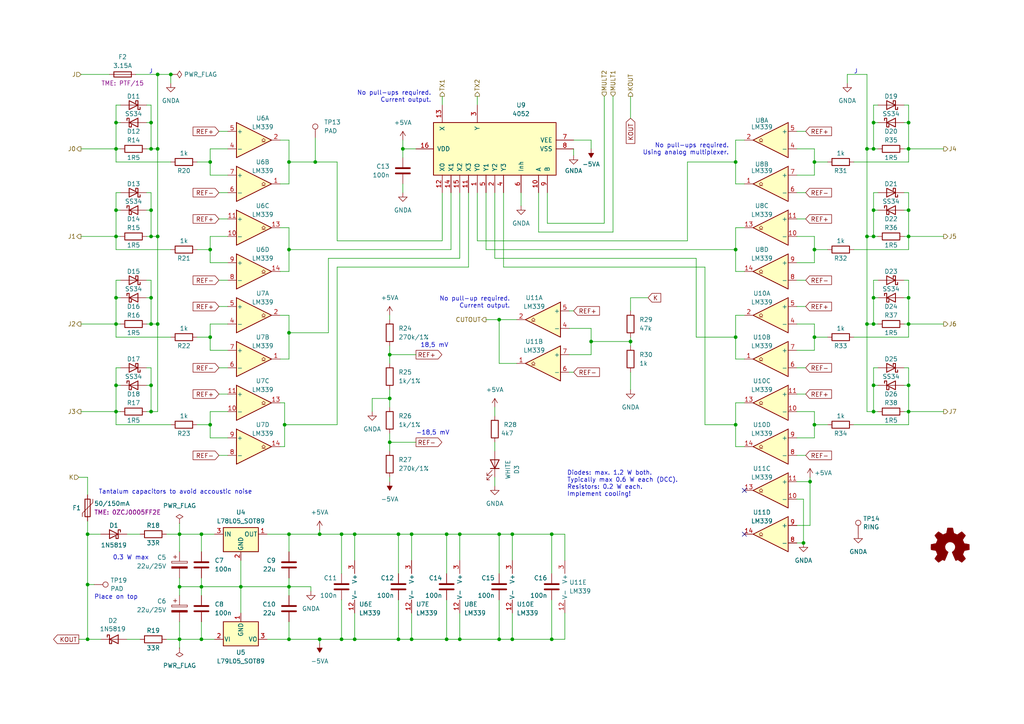
<source format=kicad_sch>
(kicad_sch (version 20230121) (generator eeschema)
  (paper "A4")
  (title_block (title "MTB-RC - MTBbus RailCom detector - DCC schematic") (rev "see root") (company "Laboratory of railway vehicles control") (comment 1 "Kateřina Hanáková") (comment 2 "https://github.com/kmzbrnoI/mtb-rc") (comment 3 "https://creativecommons.org/licenses/by-sa/4.0/") (comment 4 "Released under the Creative Commons Attribution-ShareAlike 4.0 License"))
  (junction (at 60.96 72.39))
  (junction (at 263.525 111.76))
  (junction (at 58.42 170.18))
  (junction (at 25.4 154.94))
  (junction (at 43.815 68.58))
  (junction (at 116.84 43.18))
  (junction (at 33.655 43.18))
  (junction (at 113.03 128.27))
  (junction (at 213.36 46.99))
  (junction (at 115.57 185.42))
  (junction (at 83.82 185.42))
  (junction (at 251.46 43.18))
  (junction (at 52.07 154.94))
  (junction (at 58.42 154.94))
  (junction (at 102.87 185.42))
  (junction (at 83.82 46.99))
  (junction (at 49.53 21.59))
  (junction (at 83.82 72.39))
  (junction (at 45.72 43.18))
  (junction (at 33.655 111.76))
  (junction (at 253.365 119.38))
  (junction (at 182.88 99.06))
  (junction (at 263.525 93.98))
  (junction (at 119.38 154.94))
  (junction (at 263.525 60.96))
  (junction (at 25.4 169.545))
  (junction (at 52.07 170.18))
  (junction (at 251.46 68.58))
  (junction (at 213.36 72.39))
  (junction (at 263.525 86.36))
  (junction (at 144.78 185.42))
  (junction (at 33.655 86.36))
  (junction (at 129.54 185.42))
  (junction (at 99.06 185.42))
  (junction (at 45.72 21.59))
  (junction (at 144.78 92.71))
  (junction (at 60.96 46.99))
  (junction (at 148.59 185.42))
  (junction (at 213.36 97.79))
  (junction (at 160.02 154.94))
  (junction (at 92.71 154.94))
  (junction (at 43.815 35.56))
  (junction (at 60.96 97.79))
  (junction (at 253.365 68.58))
  (junction (at 33.655 60.96))
  (junction (at 236.22 123.19))
  (junction (at 60.96 123.19))
  (junction (at 129.54 154.94))
  (junction (at 253.365 60.96))
  (junction (at 144.78 154.94))
  (junction (at 148.59 154.94))
  (junction (at 115.57 154.94))
  (junction (at 43.815 111.76))
  (junction (at 236.22 46.99))
  (junction (at 33.655 68.58))
  (junction (at 25.4 185.42))
  (junction (at 43.815 93.98))
  (junction (at 263.525 43.18))
  (junction (at 213.36 123.19))
  (junction (at 52.07 185.42))
  (junction (at 263.525 35.56))
  (junction (at 251.46 93.98))
  (junction (at 43.815 43.18))
  (junction (at 82.55 123.19))
  (junction (at 45.72 93.98))
  (junction (at 33.655 93.98))
  (junction (at 253.365 86.36))
  (junction (at 253.365 93.98))
  (junction (at 253.365 43.18))
  (junction (at 263.525 119.38))
  (junction (at 33.655 35.56))
  (junction (at 45.72 68.58))
  (junction (at 160.02 185.42))
  (junction (at 99.06 154.94))
  (junction (at 113.03 102.87))
  (junction (at 133.35 185.42))
  (junction (at 102.87 154.94))
  (junction (at 236.22 72.39))
  (junction (at 43.815 119.38))
  (junction (at 133.35 154.94))
  (junction (at 233.045 157.48))
  (junction (at 171.45 99.06))
  (junction (at 253.365 111.76))
  (junction (at 69.85 170.18))
  (junction (at 234.95 139.7))
  (junction (at 83.82 170.18))
  (junction (at 236.22 97.79))
  (junction (at 83.82 154.94))
  (junction (at 263.525 68.58))
  (junction (at 92.71 185.42))
  (junction (at 43.815 86.36))
  (junction (at 113.03 115.57))
  (junction (at 119.38 185.42))
  (junction (at 91.44 46.99))
  (junction (at 58.42 185.42))
  (junction (at 83.82 96.52))
  (junction (at 253.365 35.56))
  (junction (at 43.815 60.96))
  (junction (at 33.655 119.38))
  (no_connect (at 215.9 154.94))
  (no_connect (at 215.9 142.24))
  (wire (pts (xy 97.79 77.47) (xy 97.79 123.19)))
  (wire (pts (xy 263.525 97.79) (xy 263.525 93.98)))
  (wire (pts (xy 233.68 81.28) (xy 231.14 81.28)))
  (wire (pts (xy 262.255 35.56) (xy 263.525 35.56)))
  (wire (pts (xy 42.545 119.38) (xy 43.815 119.38)))
  (wire (pts (xy 43.815 111.76) (xy 43.815 119.38)))
  (wire (pts (xy 133.35 162.56) (xy 133.35 154.94)))
  (wire (pts (xy 42.545 55.88) (xy 43.815 55.88)))
  (wire (pts (xy 99.06 173.99) (xy 99.06 185.42)))
  (wire (pts (xy 63.5 81.28) (xy 66.04 81.28)))
  (wire (pts (xy 33.655 35.56) (xy 34.925 35.56)))
  (wire (pts (xy 39.37 21.59) (xy 45.72 21.59)))
  (wire (pts (xy 82.55 129.54) (xy 82.55 123.19)))
  (wire (pts (xy 42.545 93.98) (xy 43.815 93.98)))
  (wire (pts (xy 144.78 154.94) (xy 133.35 154.94)))
  (wire (pts (xy 43.815 86.36) (xy 43.815 93.98)))
  (wire (pts (xy 81.28 129.54) (xy 82.55 129.54)))
  (wire (pts (xy 33.655 60.96) (xy 34.925 60.96)))
  (wire (pts (xy 83.82 40.64) (xy 81.28 40.64)))
  (wire (pts (xy 83.82 154.94) (xy 77.47 154.94)))
  (wire (pts (xy 33.655 72.39) (xy 49.53 72.39)))
  (wire (pts (xy 231.14 43.18) (xy 236.22 43.18)))
  (wire (pts (xy 25.4 169.545) (xy 27.305 169.545)))
  (wire (pts (xy 129.54 173.99) (xy 129.54 185.42)))
  (wire (pts (xy 231.14 93.98) (xy 236.22 93.98)))
  (wire (pts (xy 49.53 21.59) (xy 50.165 21.59)))
  (wire (pts (xy 213.36 66.04) (xy 213.36 72.39)))
  (wire (pts (xy 113.03 102.87) (xy 120.65 102.87)))
  (wire (pts (xy 263.525 60.96) (xy 263.525 68.58)))
  (wire (pts (xy 253.365 86.36) (xy 253.365 93.98)))
  (wire (pts (xy 52.07 185.42) (xy 58.42 185.42)))
  (wire (pts (xy 81.28 78.74) (xy 83.82 78.74)))
  (wire (pts (xy 213.36 91.44) (xy 213.36 97.79)))
  (wire (pts (xy 263.525 68.58) (xy 262.255 68.58)))
  (wire (pts (xy 133.35 74.93) (xy 95.25 74.93)))
  (wire (pts (xy 148.59 177.8) (xy 148.59 185.42)))
  (wire (pts (xy 263.525 93.98) (xy 273.685 93.98)))
  (wire (pts (xy 135.89 77.47) (xy 97.79 77.47)))
  (wire (pts (xy 48.26 185.42) (xy 52.07 185.42)))
  (wire (pts (xy 33.655 43.18) (xy 33.655 46.99)))
  (wire (pts (xy 251.46 43.18) (xy 251.46 21.59)))
  (wire (pts (xy 182.88 99.06) (xy 182.88 100.33)))
  (wire (pts (xy 57.15 123.19) (xy 60.96 123.19)))
  (wire (pts (xy 60.96 46.99) (xy 60.96 50.8)))
  (wire (pts (xy 58.42 180.34) (xy 58.42 185.42)))
  (wire (pts (xy 201.93 74.93) (xy 201.93 97.79)))
  (wire (pts (xy 42.545 60.96) (xy 43.815 60.96)))
  (wire (pts (xy 82.55 123.19) (xy 82.55 116.84)))
  (wire (pts (xy 160.02 173.99) (xy 160.02 185.42)))
  (wire (pts (xy 247.65 46.99) (xy 263.525 46.99)))
  (wire (pts (xy 262.255 60.96) (xy 263.525 60.96)))
  (wire (pts (xy 144.78 92.71) (xy 144.78 105.41)))
  (wire (pts (xy 144.78 92.71) (xy 140.97 92.71)))
  (wire (pts (xy 60.96 68.58) (xy 66.04 68.58)))
  (wire (pts (xy 233.68 114.3) (xy 231.14 114.3)))
  (wire (pts (xy 233.68 55.88) (xy 231.14 55.88)))
  (wire (pts (xy 233.68 132.08) (xy 231.14 132.08)))
  (wire (pts (xy 25.4 154.94) (xy 25.4 169.545)))
  (wire (pts (xy 253.365 119.38) (xy 254.635 119.38)))
  (wire (pts (xy 116.84 43.18) (xy 120.65 43.18)))
  (wire (pts (xy 83.82 96.52) (xy 83.82 104.14)))
  (wire (pts (xy 63.5 55.88) (xy 66.04 55.88)))
  (wire (pts (xy 52.07 170.18) (xy 58.42 170.18)))
  (wire (pts (xy 236.22 72.39) (xy 236.22 76.2)))
  (wire (pts (xy 23.495 119.38) (xy 33.655 119.38)))
  (wire (pts (xy 233.045 144.78) (xy 233.045 157.48)))
  (wire (pts (xy 166.37 45.085) (xy 166.37 43.18)))
  (wire (pts (xy 263.525 81.28) (xy 263.525 86.36)))
  (wire (pts (xy 33.655 119.38) (xy 33.655 123.19)))
  (wire (pts (xy 60.96 68.58) (xy 60.96 72.39)))
  (wire (pts (xy 58.42 170.18) (xy 69.85 170.18)))
  (wire (pts (xy 116.84 53.34) (xy 116.84 55.88)))
  (wire (pts (xy 92.71 185.42) (xy 92.71 186.69)))
  (wire (pts (xy 43.815 43.18) (xy 42.545 43.18)))
  (wire (pts (xy 146.05 77.47) (xy 204.47 77.47)))
  (wire (pts (xy 83.82 91.44) (xy 83.82 96.52)))
  (wire (pts (xy 253.365 111.76) (xy 254.635 111.76)))
  (wire (pts (xy 33.655 86.36) (xy 33.655 93.98)))
  (wire (pts (xy 263.525 86.36) (xy 263.525 93.98)))
  (wire (pts (xy 236.22 76.2) (xy 231.14 76.2)))
  (wire (pts (xy 253.365 30.48) (xy 253.365 35.56)))
  (wire (pts (xy 115.57 154.94) (xy 119.38 154.94)))
  (wire (pts (xy 215.9 40.64) (xy 213.36 40.64)))
  (wire (pts (xy 25.4 169.545) (xy 25.4 185.42)))
  (wire (pts (xy 102.87 154.94) (xy 115.57 154.94)))
  (wire (pts (xy 253.365 111.76) (xy 253.365 119.38)))
  (wire (pts (xy 254.635 68.58) (xy 253.365 68.58)))
  (wire (pts (xy 42.545 68.58) (xy 43.815 68.58)))
  (wire (pts (xy 99.06 154.94) (xy 102.87 154.94)))
  (wire (pts (xy 52.07 154.94) (xy 52.07 160.02)))
  (wire (pts (xy 163.83 162.56) (xy 163.83 154.94)))
  (wire (pts (xy 22.86 185.42) (xy 25.4 185.42)))
  (wire (pts (xy 42.545 111.76) (xy 43.815 111.76)))
  (wire (pts (xy 45.72 68.58) (xy 45.72 93.98)))
  (wire (pts (xy 263.525 119.38) (xy 263.525 123.19)))
  (wire (pts (xy 42.545 106.68) (xy 43.815 106.68)))
  (wire (pts (xy 251.46 93.98) (xy 251.46 119.38)))
  (wire (pts (xy 160.02 154.94) (xy 163.83 154.94)))
  (wire (pts (xy 115.57 154.94) (xy 115.57 166.37)))
  (wire (pts (xy 33.655 60.96) (xy 33.655 68.58)))
  (wire (pts (xy 253.365 55.88) (xy 253.365 60.96)))
  (wire (pts (xy 31.75 21.59) (xy 23.495 21.59)))
  (wire (pts (xy 43.815 35.56) (xy 43.815 43.18)))
  (wire (pts (xy 213.36 129.54) (xy 215.9 129.54)))
  (wire (pts (xy 254.635 106.68) (xy 253.365 106.68)))
  (wire (pts (xy 92.71 154.94) (xy 99.06 154.94)))
  (wire (pts (xy 233.68 106.68) (xy 231.14 106.68)))
  (wire (pts (xy 60.96 93.98) (xy 66.04 93.98)))
  (wire (pts (xy 33.655 111.76) (xy 33.655 119.38)))
  (wire (pts (xy 247.65 72.39) (xy 263.525 72.39)))
  (wire (pts (xy 57.15 46.99) (xy 60.96 46.99)))
  (wire (pts (xy 113.03 125.73) (xy 113.03 128.27)))
  (wire (pts (xy 199.39 46.99) (xy 199.39 69.85)))
  (wire (pts (xy 263.525 68.58) (xy 263.525 72.39)))
  (wire (pts (xy 263.525 35.56) (xy 263.525 43.18)))
  (wire (pts (xy 63.5 63.5) (xy 66.04 63.5)))
  (wire (pts (xy 262.255 86.36) (xy 263.525 86.36)))
  (wire (pts (xy 23.495 68.58) (xy 33.655 68.58)))
  (wire (pts (xy 83.82 160.02) (xy 83.82 154.94)))
  (wire (pts (xy 262.255 119.38) (xy 263.525 119.38)))
  (wire (pts (xy 213.36 123.19) (xy 213.36 129.54)))
  (wire (pts (xy 33.655 43.18) (xy 34.925 43.18)))
  (wire (pts (xy 102.87 162.56) (xy 102.87 154.94)))
  (wire (pts (xy 33.655 97.79) (xy 49.53 97.79)))
  (wire (pts (xy 45.72 43.18) (xy 45.72 68.58)))
  (wire (pts (xy 130.81 55.88) (xy 130.81 72.39)))
  (wire (pts (xy 102.87 185.42) (xy 99.06 185.42)))
  (wire (pts (xy 236.22 68.58) (xy 236.22 72.39)))
  (wire (pts (xy 263.525 55.88) (xy 263.525 60.96)))
  (wire (pts (xy 201.93 97.79) (xy 213.36 97.79)))
  (wire (pts (xy 60.96 97.79) (xy 60.96 101.6)))
  (wire (pts (xy 113.03 115.57) (xy 107.95 115.57)))
  (wire (pts (xy 247.65 97.79) (xy 263.525 97.79)))
  (wire (pts (xy 60.96 123.19) (xy 60.96 119.38)))
  (wire (pts (xy 273.685 68.58) (xy 263.525 68.58)))
  (wire (pts (xy 231.14 139.7) (xy 234.95 139.7)))
  (wire (pts (xy 115.57 173.99) (xy 115.57 185.42)))
  (wire (pts (xy 236.22 43.18) (xy 236.22 46.99)))
  (wire (pts (xy 204.47 123.19) (xy 213.36 123.19)))
  (wire (pts (xy 263.525 106.68) (xy 263.525 111.76)))
  (wire (pts (xy 43.815 106.68) (xy 43.815 111.76)))
  (wire (pts (xy 231.14 119.38) (xy 236.22 119.38)))
  (wire (pts (xy 113.03 91.44) (xy 113.03 92.71)))
  (wire (pts (xy 99.06 154.94) (xy 99.06 166.37)))
  (wire (pts (xy 236.22 97.79) (xy 240.03 97.79)))
  (wire (pts (xy 52.07 180.34) (xy 52.07 185.42)))
  (wire (pts (xy 58.42 154.94) (xy 58.42 160.02)))
  (wire (pts (xy 33.655 68.58) (xy 33.655 72.39)))
  (wire (pts (xy 158.75 64.77) (xy 175.26 64.77)))
  (wire (pts (xy 58.42 167.64) (xy 58.42 170.18)))
  (wire (pts (xy 33.655 46.99) (xy 49.53 46.99)))
  (wire (pts (xy 95.25 74.93) (xy 95.25 96.52)))
  (wire (pts (xy 34.925 30.48) (xy 33.655 30.48)))
  (wire (pts (xy 43.815 93.98) (xy 45.72 93.98)))
  (wire (pts (xy 43.815 81.28) (xy 43.815 86.36)))
  (wire (pts (xy 171.45 102.87) (xy 165.1 102.87)))
  (wire (pts (xy 213.36 40.64) (xy 213.36 46.99)))
  (wire (pts (xy 83.82 96.52) (xy 95.25 96.52)))
  (wire (pts (xy 116.84 43.18) (xy 116.84 45.72)))
  (wire (pts (xy 254.635 81.28) (xy 253.365 81.28)))
  (wire (pts (xy 262.255 111.76) (xy 263.525 111.76)))
  (wire (pts (xy 83.82 46.99) (xy 83.82 40.64)))
  (wire (pts (xy 119.38 177.8) (xy 119.38 185.42)))
  (wire (pts (xy 253.365 106.68) (xy 253.365 111.76)))
  (wire (pts (xy 182.88 99.06) (xy 171.45 99.06)))
  (wire (pts (xy 45.72 21.59) (xy 45.72 43.18)))
  (wire (pts (xy 42.545 81.28) (xy 43.815 81.28)))
  (wire (pts (xy 263.525 46.99) (xy 263.525 43.18)))
  (wire (pts (xy 166.37 40.64) (xy 171.45 40.64)))
  (wire (pts (xy 182.88 90.17) (xy 182.88 86.36)))
  (wire (pts (xy 133.35 185.42) (xy 129.54 185.42)))
  (wire (pts (xy 113.03 113.03) (xy 113.03 115.57)))
  (wire (pts (xy 231.14 101.6) (xy 236.22 101.6)))
  (wire (pts (xy 253.365 35.56) (xy 253.365 43.18)))
  (wire (pts (xy 97.79 46.99) (xy 97.79 69.85)))
  (wire (pts (xy 133.35 177.8) (xy 133.35 185.42)))
  (wire (pts (xy 254.635 93.98) (xy 253.365 93.98)))
  (wire (pts (xy 34.925 106.68) (xy 33.655 106.68)))
  (wire (pts (xy 236.22 123.19) (xy 236.22 119.38)))
  (wire (pts (xy 69.85 170.18) (xy 83.82 170.18)))
  (wire (pts (xy 33.655 30.48) (xy 33.655 35.56)))
  (wire (pts (xy 262.255 81.28) (xy 263.525 81.28)))
  (wire (pts (xy 215.9 116.84) (xy 213.36 116.84)))
  (wire (pts (xy 234.95 138.43) (xy 234.95 139.7)))
  (wire (pts (xy 42.545 86.36) (xy 43.815 86.36)))
  (wire (pts (xy 138.43 69.85) (xy 199.39 69.85)))
  (wire (pts (xy 144.78 105.41) (xy 149.86 105.41)))
  (wire (pts (xy 263.525 30.48) (xy 263.525 35.56)))
  (wire (pts (xy 138.43 55.88) (xy 138.43 69.85)))
  (wire (pts (xy 58.42 170.18) (xy 58.42 172.72)))
  (wire (pts (xy 81.28 53.34) (xy 83.82 53.34)))
  (wire (pts (xy 119.38 185.42) (xy 115.57 185.42)))
  (wire (pts (xy 60.96 127) (xy 66.04 127)))
  (wire (pts (xy 135.89 55.88) (xy 135.89 77.47)))
  (wire (pts (xy 213.36 53.34) (xy 215.9 53.34)))
  (wire (pts (xy 83.82 46.99) (xy 91.44 46.99)))
  (wire (pts (xy 60.96 76.2) (xy 66.04 76.2)))
  (wire (pts (xy 60.96 50.8) (xy 66.04 50.8)))
  (wire (pts (xy 60.96 72.39) (xy 60.96 76.2)))
  (wire (pts (xy 231.14 127) (xy 236.22 127)))
  (wire (pts (xy 43.815 43.18) (xy 45.72 43.18)))
  (wire (pts (xy 245.745 21.59) (xy 251.46 21.59)))
  (wire (pts (xy 158.75 55.88) (xy 158.75 64.77)))
  (wire (pts (xy 160.02 154.94) (xy 160.02 166.37)))
  (wire (pts (xy 23.495 43.18) (xy 33.655 43.18)))
  (wire (pts (xy 63.5 88.9) (xy 66.04 88.9)))
  (wire (pts (xy 116.84 40.64) (xy 116.84 43.18)))
  (wire (pts (xy 182.88 27.94) (xy 182.88 34.29)))
  (wire (pts (xy 113.03 128.27) (xy 120.65 128.27)))
  (wire (pts (xy 66.04 43.18) (xy 60.96 43.18)))
  (wire (pts (xy 83.82 53.34) (xy 83.82 46.99)))
  (wire (pts (xy 33.655 55.88) (xy 33.655 60.96)))
  (wire (pts (xy 43.815 55.88) (xy 43.815 60.96)))
  (wire (pts (xy 52.07 151.765) (xy 52.07 154.94)))
  (wire (pts (xy 83.82 104.14) (xy 81.28 104.14)))
  (wire (pts (xy 77.47 185.42) (xy 83.82 185.42)))
  (wire (pts (xy 233.68 38.1) (xy 231.14 38.1)))
  (wire (pts (xy 25.4 185.42) (xy 29.21 185.42)))
  (wire (pts (xy 187.96 86.36) (xy 182.88 86.36)))
  (wire (pts (xy 236.22 46.99) (xy 240.03 46.99)))
  (wire (pts (xy 43.815 30.48) (xy 43.815 35.56)))
  (wire (pts (xy 143.51 55.88) (xy 143.51 74.93)))
  (wire (pts (xy 25.4 151.13) (xy 25.4 154.94)))
  (wire (pts (xy 43.815 68.58) (xy 45.72 68.58)))
  (wire (pts (xy 33.655 106.68) (xy 33.655 111.76)))
  (wire (pts (xy 57.15 72.39) (xy 60.96 72.39)))
  (wire (pts (xy 140.97 55.88) (xy 140.97 72.39)))
  (wire (pts (xy 175.26 27.94) (xy 175.26 64.77)))
  (wire (pts (xy 233.68 63.5) (xy 231.14 63.5)))
  (wire (pts (xy 102.87 177.8) (xy 102.87 185.42)))
  (wire (pts (xy 144.78 185.42) (xy 133.35 185.42)))
  (wire (pts (xy 83.82 72.39) (xy 130.81 72.39)))
  (wire (pts (xy 34.925 55.88) (xy 33.655 55.88)))
  (wire (pts (xy 204.47 77.47) (xy 204.47 123.19)))
  (wire (pts (xy 81.28 91.44) (xy 83.82 91.44)))
  (wire (pts (xy 253.365 60.96) (xy 253.365 68.58)))
  (wire (pts (xy 82.55 123.19) (xy 97.79 123.19)))
  (wire (pts (xy 160.02 185.42) (xy 163.83 185.42)))
  (wire (pts (xy 143.51 138.43) (xy 143.51 140.97)))
  (wire (pts (xy 234.95 139.7) (xy 234.95 152.4)))
  (wire (pts (xy 262.255 30.48) (xy 263.525 30.48)))
  (wire (pts (xy 63.5 106.68) (xy 66.04 106.68)))
  (wire (pts (xy 43.815 60.96) (xy 43.815 68.58)))
  (wire (pts (xy 83.82 180.34) (xy 83.82 185.42)))
  (wire (pts (xy 253.365 68.58) (xy 251.46 68.58)))
  (wire (pts (xy 133.35 55.88) (xy 133.35 74.93)))
  (wire (pts (xy 128.27 27.94) (xy 128.27 30.48)))
  (wire (pts (xy 63.5 38.1) (xy 66.04 38.1)))
  (wire (pts (xy 182.88 107.95) (xy 182.88 113.03)))
  (wire (pts (xy 92.71 153.67) (xy 92.71 154.94)))
  (wire (pts (xy 60.96 93.98) (xy 60.96 97.79)))
  (wire (pts (xy 251.46 68.58) (xy 251.46 93.98)))
  (wire (pts (xy 148.59 154.94) (xy 144.78 154.94)))
  (wire (pts (xy 107.95 115.57) (xy 107.95 119.38)))
  (wire (pts (xy 33.655 68.58) (xy 34.925 68.58)))
  (wire (pts (xy 34.925 81.28) (xy 33.655 81.28)))
  (wire (pts (xy 236.22 97.79) (xy 236.22 93.98)))
  (wire (pts (xy 251.46 43.18) (xy 253.365 43.18)))
  (wire (pts (xy 83.82 154.94) (xy 92.71 154.94)))
  (wire (pts (xy 251.46 119.38) (xy 253.365 119.38)))
  (wire (pts (xy 262.255 55.88) (xy 263.525 55.88)))
  (wire (pts (xy 60.96 101.6) (xy 66.04 101.6)))
  (wire (pts (xy 236.22 123.19) (xy 240.03 123.19)))
  (wire (pts (xy 36.83 185.42) (xy 40.64 185.42)))
  (wire (pts (xy 143.51 118.11) (xy 143.51 120.65)))
  (wire (pts (xy 83.82 167.64) (xy 83.82 170.18)))
  (wire (pts (xy 253.365 60.96) (xy 254.635 60.96)))
  (wire (pts (xy 254.635 30.48) (xy 253.365 30.48)))
  (wire (pts (xy 263.525 119.38) (xy 273.685 119.38)))
  (wire (pts (xy 182.88 97.79) (xy 182.88 99.06)))
  (wire (pts (xy 253.365 86.36) (xy 254.635 86.36)))
  (wire (pts (xy 163.83 177.8) (xy 163.83 185.42)))
  (wire (pts (xy 262.255 93.98) (xy 263.525 93.98)))
  (wire (pts (xy 213.36 46.99) (xy 213.36 53.34)))
  (wire (pts (xy 33.655 93.98) (xy 33.655 97.79)))
  (wire (pts (xy 233.68 88.9) (xy 231.14 88.9)))
  (wire (pts (xy 113.03 138.43) (xy 113.03 139.7)))
  (wire (pts (xy 52.07 167.64) (xy 52.07 170.18)))
  (wire (pts (xy 99.06 185.42) (xy 92.71 185.42)))
  (wire (pts (xy 231.14 144.78) (xy 233.045 144.78)))
  (wire (pts (xy 113.03 128.27) (xy 113.03 130.81)))
  (wire (pts (xy 215.9 91.44) (xy 213.36 91.44)))
  (wire (pts (xy 113.03 102.87) (xy 113.03 105.41)))
  (wire (pts (xy 146.05 55.88) (xy 146.05 77.47)))
  (wire (pts (xy 166.37 90.17) (xy 165.1 90.17)))
  (wire (pts (xy 156.21 55.88) (xy 156.21 67.31)))
  (wire (pts (xy 151.13 59.69) (xy 151.13 55.88)))
  (wire (pts (xy 48.26 154.94) (xy 52.07 154.94)))
  (wire (pts (xy 213.36 72.39) (xy 213.36 78.74)))
  (wire (pts (xy 165.1 95.25) (xy 171.45 95.25)))
  (wire (pts (xy 91.44 40.005) (xy 91.44 46.99)))
  (wire (pts (xy 166.37 107.95) (xy 165.1 107.95)))
  (wire (pts (xy 231.14 50.8) (xy 236.22 50.8)))
  (wire (pts (xy 149.86 92.71) (xy 144.78 92.71)))
  (wire (pts (xy 236.22 123.19) (xy 236.22 127)))
  (wire (pts (xy 148.59 185.42) (xy 160.02 185.42)))
  (wire (pts (xy 171.45 40.64) (xy 171.45 43.18)))
  (wire (pts (xy 129.54 154.94) (xy 129.54 166.37)))
  (wire (pts (xy 140.97 72.39) (xy 213.36 72.39)))
  (wire (pts (xy 45.72 21.59) (xy 49.53 21.59)))
  (wire (pts (xy 22.86 138.43) (xy 25.4 138.43)))
  (wire (pts (xy 69.85 162.56) (xy 69.85 170.18)))
  (wire (pts (xy 115.57 185.42) (xy 102.87 185.42)))
  (wire (pts (xy 83.82 170.18) (xy 90.17 170.18)))
  (wire (pts (xy 251.46 43.18) (xy 251.46 68.58)))
  (wire (pts (xy 253.365 81.28) (xy 253.365 86.36)))
  (wire (pts (xy 33.655 123.19) (xy 49.53 123.19)))
  (wire (pts (xy 262.255 43.18) (xy 263.525 43.18)))
  (wire (pts (xy 144.78 173.99) (xy 144.78 185.42)))
  (wire (pts (xy 60.96 119.38) (xy 66.04 119.38)))
  (wire (pts (xy 254.635 55.88) (xy 253.365 55.88)))
  (wire (pts (xy 236.22 68.58) (xy 231.14 68.58)))
  (wire (pts (xy 33.655 81.28) (xy 33.655 86.36)))
  (wire (pts (xy 253.365 93.98) (xy 251.46 93.98)))
  (wire (pts (xy 148.59 162.56) (xy 148.59 154.94)))
  (wire (pts (xy 25.4 154.94) (xy 29.21 154.94)))
  (wire (pts (xy 36.83 154.94) (xy 40.64 154.94)))
  (wire (pts (xy 57.15 97.79) (xy 60.96 97.79)))
  (wire (pts (xy 113.03 115.57) (xy 113.03 118.11)))
  (wire (pts (xy 63.5 132.08) (xy 66.04 132.08)))
  (wire (pts (xy 213.36 116.84) (xy 213.36 123.19)))
  (wire (pts (xy 148.59 154.94) (xy 160.02 154.94)))
  (wire (pts (xy 119.38 162.56) (xy 119.38 154.94)))
  (wire (pts (xy 233.045 157.48) (xy 231.14 157.48)))
  (wire (pts (xy 52.07 170.18) (xy 52.07 172.72)))
  (wire (pts (xy 23.495 93.98) (xy 33.655 93.98)))
  (wire (pts (xy 128.27 55.88) (xy 128.27 69.85)))
  (wire (pts (xy 199.39 46.99) (xy 213.36 46.99)))
  (wire (pts (xy 33.655 86.36) (xy 34.925 86.36)))
  (wire (pts (xy 143.51 74.93) (xy 201.93 74.93)))
  (wire (pts (xy 113.03 100.33) (xy 113.03 102.87)))
  (wire (pts (xy 129.54 185.42) (xy 119.38 185.42)))
  (wire (pts (xy 33.655 111.76) (xy 34.925 111.76)))
  (wire (pts (xy 58.42 185.42) (xy 62.23 185.42)))
  (wire (pts (xy 177.8 67.31) (xy 177.8 27.94)))
  (wire (pts (xy 245.745 21.59) (xy 245.745 24.13)))
  (wire (pts (xy 171.45 99.06) (xy 171.45 102.87)))
  (wire (pts (xy 263.525 43.18) (xy 273.685 43.18)))
  (wire (pts (xy 262.255 106.68) (xy 263.525 106.68)))
  (wire (pts (xy 83.82 66.04) (xy 81.28 66.04)))
  (wire (pts (xy 263.525 111.76) (xy 263.525 119.38)))
  (wire (pts (xy 52.07 154.94) (xy 58.42 154.94)))
  (wire (pts (xy 69.85 170.18) (xy 69.85 177.8)))
  (wire (pts (xy 82.55 116.84) (xy 81.28 116.84)))
  (wire (pts (xy 83.82 72.39) (xy 83.82 66.04)))
  (wire (pts (xy 83.82 78.74) (xy 83.82 72.39)))
  (wire (pts (xy 90.17 170.18) (xy 90.17 171.45)))
  (wire (pts (xy 253.365 43.18) (xy 254.635 43.18)))
  (wire (pts (xy 83.82 170.18) (xy 83.82 172.72)))
  (wire (pts (xy 213.36 97.79) (xy 213.36 104.14)))
  (wire (pts (xy 156.21 67.31) (xy 177.8 67.31)))
  (wire (pts (xy 49.53 21.59) (xy 49.53 24.13)))
  (wire (pts (xy 33.655 35.56) (xy 33.655 43.18)))
  (wire (pts (xy 42.545 30.48) (xy 43.815 30.48)))
  (wire (pts (xy 83.82 185.42) (xy 92.71 185.42)))
  (wire (pts (xy 171.45 95.25) (xy 171.45 99.06)))
  (wire (pts (xy 215.9 66.04) (xy 213.36 66.04)))
  (wire (pts (xy 33.655 93.98) (xy 34.925 93.98)))
  (wire (pts (xy 213.36 78.74) (xy 215.9 78.74)))
  (wire (pts (xy 253.365 35.56) (xy 254.635 35.56)))
  (wire (pts (xy 236.22 46.99) (xy 236.22 50.8)))
  (wire (pts (xy 133.35 154.94) (xy 129.54 154.94)))
  (wire (pts (xy 45.72 93.98) (xy 45.72 119.38)))
  (wire (pts (xy 247.65 123.19) (xy 263.525 123.19)))
  (wire (pts (xy 63.5 114.3) (xy 66.04 114.3)))
  (wire (pts (xy 91.44 46.99) (xy 97.79 46.99)))
  (wire (pts (xy 138.43 27.94) (xy 138.43 30.48)))
  (wire (pts (xy 43.815 119.38) (xy 45.72 119.38)))
  (wire (pts (xy 143.51 128.27) (xy 143.51 130.81)))
  (wire (pts (xy 97.79 69.85) (xy 128.27 69.85)))
  (wire (pts (xy 58.42 154.94) (xy 62.23 154.94)))
  (wire (pts (xy 25.4 138.43) (xy 25.4 143.51)))
  (wire (pts (xy 60.96 123.19) (xy 60.96 127)))
  (wire (pts (xy 144.78 154.94) (xy 144.78 166.37)))
  (wire (pts (xy 129.54 154.94) (xy 119.38 154.94)))
  (wire (pts (xy 148.59 185.42) (xy 144.78 185.42)))
  (wire (pts (xy 42.545 35.56) (xy 43.815 35.56)))
  (wire (pts (xy 240.03 72.39) (xy 236.22 72.39)))
  (wire (pts (xy 60.96 43.18) (xy 60.96 46.99)))
  (wire (pts (xy 213.36 104.14) (xy 215.9 104.14)))
  (wire (pts (xy 52.07 185.42) (xy 52.07 187.96)))
  (wire (pts (xy 33.655 119.38) (xy 34.925 119.38)))
  (wire (pts (xy 236.22 97.79) (xy 236.22 101.6)))
  (wire (pts (xy 234.95 152.4) (xy 231.14 152.4)))
  (text "18,5 mV" (at 121.92 100.965 0) (effects (font (size 1.27 1.27)) (justify left bottom)))
  (text "No pull-ups required.\nCurrent output." (at 125.095 29.845 0) (effects (font (size 1.27 1.27)) (justify right bottom)))
  (text "J" (at 247.65 21.59 0) (effects (font (size 1.27 1.27)) (justify left bottom)))
  (text "Diodes: max. 1.2 W both.\nTypically max 0.6 W each (DCC).\nResistors: 0.2 W each.\nImplement cooling!" (at 164.465 144.145 0) (effects (font (size 1.27 1.27)) (justify left bottom)))
  (text "No pull-ups required.\nUsing analog multiplexer." (at 211.455 45.085 0) (effects (font (size 1.27 1.27)) (justify right bottom)))
  (text "Place on top" (at 27.305 173.99 0) (effects (font (size 1.27 1.27)) (justify left bottom)))
  (text "Tantalum capacitors to avoid accoustic noise" (at 28.575 143.51 0) (effects (font (size 1.27 1.27)) (justify left bottom)))
  (text "0.3 W max" (at 43.18 162.56 0) (effects (font (size 1.27 1.27)) (justify right bottom)))
  (text "J" (at 43.18 21.59 0) (effects (font (size 1.27 1.27)) (justify left bottom)))
  (text "No pull-up required.\nCurrent output." (at 147.955 89.535 0) (effects (font (size 1.27 1.27)) (justify right bottom)))
  (text "-18,5 mV" (at 120.65 126.365 0) (effects (font (size 1.27 1.27)) (justify left bottom)))
  (global_label "REF+" (shape input) (at 233.68 114.3 0) (property "Intersheetrefs" "${INTERSHEET_REFS}" (effects hide)))
  (global_label "REF+" (shape input) (at 63.5 38.1 180) (property "Intersheetrefs" "${INTERSHEET_REFS}" (effects hide)))
  (global_label "REF+" (shape input) (at 63.5 88.9 180) (property "Intersheetrefs" "${INTERSHEET_REFS}" (effects hide)))
  (global_label "REF-" (shape input) (at 233.68 55.88 0) (property "Intersheetrefs" "${INTERSHEET_REFS}" (effects hide)))
  (global_label "REF-" (shape input) (at 166.37 107.95 0) (property "Intersheetrefs" "${INTERSHEET_REFS}" (effects hide)))
  (global_label "REF+" (shape input) (at 233.68 88.9 0) (property "Intersheetrefs" "${INTERSHEET_REFS}" (effects hide)))
  (global_label "KOUT" (shape output) (at 22.86 185.42 180) (property "Intersheetrefs" "${INTERSHEET_REFS}" (effects hide)))
  (global_label "REF+" (shape output) (at 120.65 102.87 0) (property "Intersheetrefs" "${INTERSHEET_REFS}" (effects hide)))
  (global_label "KOUT" (shape input) (at 182.88 34.29 270) (property "Intersheetrefs" "${INTERSHEET_REFS}" (effects hide)))
  (global_label "REF-" (shape input) (at 63.5 106.68 180) (property "Intersheetrefs" "${INTERSHEET_REFS}" (effects hide)))
  (global_label "K" (shape input) (at 187.96 86.36 0) (property "Intersheetrefs" "${INTERSHEET_REFS}" (effects hide)))
  (global_label "REF-" (shape input) (at 63.5 132.08 180) (property "Intersheetrefs" "${INTERSHEET_REFS}" (effects hide)))
  (global_label "REF+" (shape input) (at 166.37 90.17 0) (property "Intersheetrefs" "${INTERSHEET_REFS}" (effects hide)))
  (global_label "REF+" (shape input) (at 63.5 63.5 180) (property "Intersheetrefs" "${INTERSHEET_REFS}" (effects hide)))
  (global_label "REF-" (shape input) (at 233.68 81.28 0) (property "Intersheetrefs" "${INTERSHEET_REFS}" (effects hide)))
  (global_label "REF-" (shape input) (at 233.68 132.08 0) (property "Intersheetrefs" "${INTERSHEET_REFS}" (effects hide)))
  (global_label "REF+" (shape input) (at 233.68 38.1 0) (property "Intersheetrefs" "${INTERSHEET_REFS}" (effects hide)))
  (global_label "REF-" (shape output) (at 120.65 128.27 0) (property "Intersheetrefs" "${INTERSHEET_REFS}" (effects hide)))
  (global_label "REF+" (shape input) (at 63.5 114.3 180) (property "Intersheetrefs" "${INTERSHEET_REFS}" (effects hide)))
  (global_label "REF-" (shape input) (at 63.5 55.88 180) (property "Intersheetrefs" "${INTERSHEET_REFS}" (effects hide)))
  (global_label "REF-" (shape input) (at 233.68 106.68 0) (property "Intersheetrefs" "${INTERSHEET_REFS}" (effects hide)))
  (global_label "REF-" (shape input) (at 63.5 81.28 180) (property "Intersheetrefs" "${INTERSHEET_REFS}" (effects hide)))
  (global_label "REF+" (shape input) (at 233.68 63.5 0) (property "Intersheetrefs" "${INTERSHEET_REFS}" (effects hide)))
  (hierarchical_label "CUTOUT" (shape output) (at 140.97 92.71 180))
  (hierarchical_label "J4" (shape output) (at 273.685 43.18 0))
  (hierarchical_label "J7" (shape output) (at 273.685 119.38 0))
  (hierarchical_label "K" (shape input) (at 22.86 138.43 180))
  (hierarchical_label "TX2" (shape output) (at 138.43 27.94 90))
  (hierarchical_label "J0" (shape output) (at 23.495 43.18 180))
  (hierarchical_label "KOUT" (shape output) (at 182.88 27.94 90))
  (hierarchical_label "J3" (shape output) (at 23.495 119.38 180))
  (hierarchical_label "TX1" (shape output) (at 128.27 27.94 90))
  (hierarchical_label "J6" (shape output) (at 273.685 93.98 0))
  (hierarchical_label "J2" (shape output) (at 23.495 93.98 180))
  (hierarchical_label "MULT1" (shape input) (at 177.8 27.94 90))
  (hierarchical_label "J1" (shape output) (at 23.495 68.58 180))
  (hierarchical_label "J5" (shape output) (at 273.685 68.58 0))
  (hierarchical_label "MULT2" (shape input) (at 175.26 27.94 90))
  (hierarchical_label "J" (shape input) (at 23.495 21.59 180))
  (symbol (lib_id "Device:R") (at 243.84 123.19 270) (mirror x) (unit 1)
    (property "Reference" "R34" (at 243.84 125.73 90))
    (property "Value" "1k" (at 243.84 120.65 90))
    (property "Footprint" "Resistor_SMD:R_0805_2012Metric" (effects hide))
  )
  (symbol (lib_id "Device:C") (at 160.02 170.18 0) (unit 1)
    (property "Reference" "C16" (at 158.75 167.64 0) (effects (justify right)))
    (property "Value" "100n" (at 158.75 172.72 0) (effects (justify right)))
    (property "Footprint" "Capacitor_SMD:C_0805_2012Metric" (effects hide))
  )
  (symbol (lib_id "Comparator:LM339") (at 73.66 104.14 0) (unit 2)
    (property "Reference" "U7" (at 76.2 97.79 0))
    (property "Value" "LM339" (at 76.2 100.33 0))
    (property "Footprint" "Package_SO:SO-14_3.9x8.65mm_P1.27mm" (effects hide))
    (property "Datasheet" "https://www.st.com/resource/en/datasheet/lm139.pdf" (effects hide))
  )
  (symbol (lib_id "power:+5VA") (at 116.84 40.64 0) (unit 1)
    (property "Reference" "#PWR030" (effects hide))
    (property "Value" "+5VA" (at 116.84 35.56 0))
  )
  (symbol (lib_id "Comparator:LM339") (at 105.41 170.18 0) (unit 5)
    (property "Reference" "U6" (at 104.14 175.26 0) (effects (justify left)))
    (property "Value" "LM339" (at 104.14 177.8 0) (effects (justify left)))
    (property "Footprint" "Package_SO:SO-14_3.9x8.65mm_P1.27mm" (effects hide))
    (property "Datasheet" "https://www.st.com/resource/en/datasheet/lm139.pdf" (effects hide))
  )
  (symbol (lib_id "Device:R") (at 44.45 185.42 270) (unit 1)
    (property "Reference" "R19" (at 44.45 182.88 90))
    (property "Value" "33R" (at 44.45 187.96 90))
    (property "Footprint" "Resistor_SMD:R_2512_6332Metric_Pad1.40x3.35mm_HandSolder" (effects hide))
  )
  (symbol (lib_id "power:GNDA") (at 233.045 157.48 0) (unit 1)
    (property "Reference" "#PWR062" (effects hide))
    (property "Value" "GNDA" (at 233.045 162.56 0))
  )
  (symbol (lib_id "Device:R") (at 53.34 46.99 90) (unit 1)
    (property "Reference" "R20" (at 53.34 49.53 90))
    (property "Value" "1k" (at 53.34 44.45 90))
    (property "Footprint" "Resistor_SMD:R_0805_2012Metric" (effects hide))
  )
  (symbol (lib_id "power:GNDA") (at 49.53 24.13 0) (unit 1)
    (property "Reference" "#PWR023" (effects hide))
    (property "Value" "GNDA" (at 49.53 29.21 0))
  )
  (symbol (lib_id "Graphic:Logo_Open_Hardware_Small") (at 275.59 158.75 0) (unit 1) (in_bom no) (on_board no)
    (property "Reference" "#SYM2" (effects hide))
    (property "Value" "Logo_Open_Hardware_Small" (effects hide))
    (property "Sim.Enable" "0" (effects hide))
  )
  (symbol (lib_id "Comparator:LM339") (at 223.52 91.44 0) (mirror y) (unit 1)
    (property "Reference" "U10" (at 220.98 85.09 0))
    (property "Value" "LM339" (at 220.98 87.63 0))
    (property "Footprint" "Package_SO:SO-14_3.9x8.65mm_P1.27mm" (effects hide))
    (property "Datasheet" "https://www.st.com/resource/en/datasheet/lm139.pdf" (effects hide))
  )
  (symbol (lib_id "Device:Fuse") (at 35.56 21.59 90) (unit 1)
    (property "Reference" "F2" (at 35.56 16.51 90))
    (property "Value" "3.15A" (at 35.56 19.05 90))
    (property "Footprint" "Fuse:Fuseholder_Cylinder-5x20mm_Stelvio-Kontek_PTF78_Horizontal_Open" (effects hide))
    (property "TME" "PTF/15" (at 35.56 24.13 90) (show_name))
  )
  (symbol (lib_id "Comparator:LM339") (at 135.89 170.18 0) (unit 5)
    (property "Reference" "U8" (at 134.62 175.26 0) (effects (justify left)))
    (property "Value" "LM339" (at 134.62 177.8 0) (effects (justify left)))
    (property "Footprint" "Package_SO:SO-14_3.9x8.65mm_P1.27mm" (effects hide))
    (property "Datasheet" "https://www.st.com/resource/en/datasheet/lm139.pdf" (effects hide))
  )
  (symbol (lib_id "power:GNDA") (at 248.92 154.94 0) (unit 1)
    (property "Reference" "#PWR037" (effects hide))
    (property "Value" "GNDA" (at 248.92 160.02 0))
  )
  (symbol (lib_id "Device:R") (at 113.03 134.62 0) (unit 1)
    (property "Reference" "R27" (at 115.57 133.35 0) (effects (justify left)))
    (property "Value" "270k/1%" (at 115.57 135.89 0) (effects (justify left)))
    (property "Footprint" "Resistor_SMD:R_0805_2012Metric_Pad1.20x1.40mm_HandSolder" (effects hide))
  )
  (symbol (lib_id "Device:LED") (at 143.51 134.62 270) (mirror x) (unit 1)
    (property "Reference" "D3" (at 149.86 136.2075 0))
    (property "Value" "WHITE" (at 147.32 136.2075 0))
    (property "Footprint" "LED_SMD:LED_0805_2012Metric_Pad1.15x1.40mm_HandSolder" (effects hide))
  )
  (symbol (lib_id "Comparator:LM339") (at 223.52 154.94 0) (mirror y) (unit 4)
    (property "Reference" "U11" (at 220.98 148.59 0))
    (property "Value" "LM339" (at 220.98 151.13 0))
    (property "Footprint" "Package_SO:SO-14_3.9x8.65mm_P1.27mm" (effects hide))
    (property "Datasheet" "https://www.st.com/resource/en/datasheet/lm139.pdf" (effects hide))
  )
  (symbol (lib_id "Comparator:LM339") (at 223.52 66.04 0) (mirror y) (unit 3)
    (property "Reference" "U8" (at 220.98 59.69 0))
    (property "Value" "LM339" (at 220.98 62.23 0))
    (property "Footprint" "Package_SO:SO-14_3.9x8.65mm_P1.27mm" (effects hide))
    (property "Datasheet" "https://www.st.com/resource/en/datasheet/lm139.pdf" (effects hide))
  )
  (symbol (lib_id "Device:R") (at 44.45 154.94 270) (unit 1)
    (property "Reference" "R18" (at 44.45 152.4 90))
    (property "Value" "33R" (at 44.45 157.48 90))
    (property "Footprint" "Resistor_SMD:R_2512_6332Metric_Pad1.40x3.35mm_HandSolder" (effects hide))
  )
  (symbol (lib_id "Device:R") (at 258.445 43.18 270) (mirror x) (unit 1)
    (property "Reference" "R35" (at 258.445 40.64 90))
    (property "Value" "1R5" (at 258.445 45.72 90))
    (property "Footprint" "Resistor_SMD:R_2512_6332Metric_Pad1.40x3.35mm_HandSolder" (effects hide))
  )
  (symbol (lib_id "Device:R") (at 143.51 124.46 0) (unit 1)
    (property "Reference" "R28" (at 146.05 123.19 0) (effects (justify left)))
    (property "Value" "4k7" (at 145.288 125.6721 0) (effects (justify left)))
    (property "Footprint" "Resistor_SMD:R_0805_2012Metric_Pad1.20x1.40mm_HandSolder" (effects hide))
  )
  (symbol (lib_id "Connector:TestPoint") (at 27.305 169.545 270) (unit 1)
    (property "Reference" "TP19" (at 32.004 168.3329 90) (effects (justify left)))
    (property "Value" "PAD" (at 32.004 170.7571 90) (effects (justify left)))
    (property "Footprint" "TestPoint:TestPoint_Pad_D2.0mm" (effects hide))
  )
  (symbol (lib_id "Diode:1N5819WS") (at 33.02 185.42 0) (unit 1)
    (property "Reference" "D2" (at 32.7025 180.0057 0))
    (property "Value" "1N5819" (at 32.7025 182.4299 0))
    (property "Footprint" "Diode_SMD:D_SOD-123" (effects hide))
    (property "Datasheet" "https://datasheet.lcsc.com/lcsc/2204281430_Guangdong-Hottech-1N5819WS_C191023.pdf" (effects hide))
  )
  (symbol (lib_id "Device:D_Schottky") (at 38.735 106.68 180) (unit 1)
    (property "Reference" "D17" (at 38.735 104.14 0))
    (property "Value" "SS34" (at 38.735 109.22 0))
    (property "Footprint" "Diode_SMD:D_SMA_Handsoldering" (effects hide))
  )
  (symbol (lib_id "Device:D_Schottky") (at 258.445 81.28 180) (unit 1)
    (property "Reference" "D23" (at 258.445 78.74 0))
    (property "Value" "SS34" (at 258.445 83.82 0))
    (property "Footprint" "Diode_SMD:D_SMA_Handsoldering" (effects hide))
  )
  (symbol (lib_id "Comparator:LM339") (at 223.52 78.74 0) (mirror y) (unit 4)
    (property "Reference" "U8" (at 220.98 72.39 0))
    (property "Value" "LM339" (at 220.98 74.93 0))
    (property "Footprint" "Package_SO:SO-14_3.9x8.65mm_P1.27mm" (effects hide))
    (property "Datasheet" "https://www.st.com/resource/en/datasheet/lm139.pdf" (effects hide))
  )
  (symbol (lib_id "power:GNDA") (at 116.84 55.88 0) (unit 1)
    (property "Reference" "#PWR031" (effects hide))
    (property "Value" "GNDA" (at 116.84 60.96 0))
  )
  (symbol (lib_id "power:-5VA") (at 113.03 139.7 180) (unit 1)
    (property "Reference" "#PWR029" (effects hide))
    (property "Value" "-5VA" (at 113.03 144.78 0))
  )
  (symbol (lib_id "Device:R") (at 243.84 46.99 270) (mirror x) (unit 1)
    (property "Reference" "R31" (at 243.84 49.53 90))
    (property "Value" "1k" (at 243.84 44.45 90))
    (property "Footprint" "Resistor_SMD:R_0805_2012Metric" (effects hide))
  )
  (symbol (lib_id "power:+5VA") (at 113.03 91.44 0) (unit 1)
    (property "Reference" "#PWR028" (effects hide))
    (property "Value" "+5VA" (at 113.03 86.36 0))
  )
  (symbol (lib_id "Connector:TestPoint") (at 248.92 154.94 0) (unit 1)
    (property "Reference" "TP14" (at 250.317 150.4259 0) (effects (justify left)))
    (property "Value" "RING" (at 250.317 152.8501 0) (effects (justify left)))
    (property "Footprint" "TestPoint:TestPoint_Loop_D1.80mm_Drill1.0mm_Beaded" (effects hide))
  )
  (symbol (lib_id "power:PWR_FLAG") (at 50.165 21.59 270) (unit 1)
    (property "Reference" "#FLG08" (effects hide))
    (property "Value" "PWR_FLAG" (at 53.34 21.59 90) (effects (justify left)))
  )
  (symbol (lib_id "Device:R") (at 53.34 72.39 90) (unit 1)
    (property "Reference" "R21" (at 53.34 74.93 90))
    (property "Value" "1k" (at 53.34 69.85 90))
    (property "Footprint" "Resistor_SMD:R_0805_2012Metric" (effects hide))
  )
  (symbol (lib_id "Comparator:LM339") (at 223.52 53.34 0) (mirror y) (unit 2)
    (property "Reference" "U8" (at 220.98 47.625 0))
    (property "Value" "LM339" (at 220.98 49.53 0))
    (property "Footprint" "Package_SO:SO-14_3.9x8.65mm_P1.27mm" (effects hide))
    (property "Datasheet" "https://www.st.com/resource/en/datasheet/lm139.pdf" (effects hide))
  )
  (symbol (lib_id "Device:D_Schottky") (at 38.735 60.96 0) (unit 1)
    (property "Reference" "D14" (at 38.735 63.5 0))
    (property "Value" "SS34" (effects hide))
    (property "Footprint" "Diode_SMD:D_SMA_Handsoldering" (effects hide))
  )
  (symbol (lib_id "Device:D_Schottky") (at 258.445 55.88 180) (unit 1)
    (property "Reference" "D21" (at 258.445 53.34 0))
    (property "Value" "SS34" (at 258.445 58.42 0))
    (property "Footprint" "Diode_SMD:D_SMA_Handsoldering" (effects hide))
  )
  (symbol (lib_id "Comparator:LM339") (at 73.66 91.44 0) (unit 1)
    (property "Reference" "U7" (at 76.2 85.09 0))
    (property "Value" "LM339" (at 76.2 87.63 0))
    (property "Footprint" "Package_SO:SO-14_3.9x8.65mm_P1.27mm" (effects hide))
    (property "Datasheet" "https://www.st.com/resource/en/datasheet/lm139.pdf" (effects hide))
  )
  (symbol (lib_id "Comparator:LM339") (at 223.52 116.84 0) (mirror y) (unit 3)
    (property "Reference" "U10" (at 220.98 110.49 0))
    (property "Value" "LM339" (at 220.98 113.03 0))
    (property "Footprint" "Package_SO:SO-14_3.9x8.65mm_P1.27mm" (effects hide))
    (property "Datasheet" "https://www.st.com/resource/en/datasheet/lm139.pdf" (effects hide))
  )
  (symbol (lib_id "Device:R") (at 243.84 72.39 270) (mirror x) (unit 1)
    (property "Reference" "R32" (at 243.84 74.93 90))
    (property "Value" "1k" (at 243.84 69.85 90))
    (property "Footprint" "Resistor_SMD:R_0805_2012Metric" (effects hide))
  )
  (symbol (lib_id "Device:D_Schottky") (at 38.735 111.76 0) (unit 1)
    (property "Reference" "D18" (at 38.735 114.3 0))
    (property "Value" "SS34" (effects hide))
    (property "Footprint" "Diode_SMD:D_SMA_Handsoldering" (effects hide))
  )
  (symbol (lib_id "Device:D_Schottky") (at 258.445 35.56 0) (unit 1)
    (property "Reference" "D20" (at 258.445 38.1 0))
    (property "Value" "SS34" (effects hide))
    (property "Footprint" "Diode_SMD:D_SMA_Handsoldering" (effects hide))
  )
  (symbol (lib_id "Device:D_Schottky") (at 38.735 86.36 0) (unit 1)
    (property "Reference" "D16" (at 38.735 88.9 0))
    (property "Value" "SS34" (effects hide))
    (property "Footprint" "Diode_SMD:D_SMA_Handsoldering" (effects hide))
  )
  (symbol (lib_id "Device:R") (at 53.34 97.79 90) (unit 1)
    (property "Reference" "R22" (at 53.34 100.33 90))
    (property "Value" "1k" (at 53.34 95.25 90))
    (property "Footprint" "Resistor_SMD:R_0805_2012Metric" (effects hide))
  )
  (symbol (lib_id "Device:R") (at 243.84 97.79 270) (mirror x) (unit 1)
    (property "Reference" "R33" (at 243.84 100.33 90))
    (property "Value" "1k" (at 243.84 95.25 90))
    (property "Footprint" "Resistor_SMD:R_0805_2012Metric" (effects hide))
  )
  (symbol (lib_id "Device:D_Schottky") (at 38.735 81.28 180) (unit 1)
    (property "Reference" "D15" (at 38.735 78.74 0))
    (property "Value" "SS34" (at 38.735 83.82 0))
    (property "Footprint" "Diode_SMD:D_SMA_Handsoldering" (effects hide))
  )
  (symbol (lib_id "Device:D_Schottky") (at 258.445 60.96 0) (unit 1)
    (property "Reference" "D22" (at 258.445 63.5 0))
    (property "Value" "SS34" (effects hide))
    (property "Footprint" "Diode_SMD:D_SMA_Handsoldering" (effects hide))
  )
  (symbol (lib_id "Device:R") (at 113.03 121.92 0) (unit 1)
    (property "Reference" "R26" (at 115.57 120.65 0) (effects (justify left)))
    (property "Value" "1k/1%" (at 115.57 123.19 0) (effects (justify left)))
    (property "Footprint" "Resistor_SMD:R_0805_2012Metric_Pad1.20x1.40mm_HandSolder" (effects hide))
  )
  (symbol (lib_id "Device:C_Polarized") (at 52.07 163.83 0) (unit 1)
    (property "Reference" "C5" (at 48.26 161.671 0) (effects (justify right)))
    (property "Value" "22u/25V" (at 48.26 164.211 0) (effects (justify right)))
    (property "Footprint" "Capacitor_THT:CP_Radial_D5.0mm_P2.00mm" (effects hide))
  )
  (symbol (lib_id "Device:R") (at 258.445 68.58 270) (mirror x) (unit 1)
    (property "Reference" "R36" (at 258.445 66.04 90))
    (property "Value" "1R5" (at 258.445 71.12 90))
    (property "Footprint" "Resistor_SMD:R_2512_6332Metric_Pad1.40x3.35mm_HandSolder" (effects hide))
  )
  (symbol (lib_id "Comparator:LM339") (at 73.66 40.64 0) (unit 1)
    (property "Reference" "U6" (at 76.2 34.29 0))
    (property "Value" "LM339" (at 76.2 36.83 0))
    (property "Footprint" "Package_SO:SO-14_3.9x8.65mm_P1.27mm" (effects hide))
    (property "Datasheet" "https://www.st.com/resource/en/datasheet/lm139.pdf" (effects hide))
  )
  (symbol (lib_id "Device:D_Schottky") (at 38.735 35.56 0) (unit 1)
    (property "Reference" "D12" (at 38.735 38.1 0))
    (property "Value" "SS34" (effects hide))
    (property "Footprint" "Diode_SMD:D_SMA_Handsoldering" (effects hide))
  )
  (symbol (lib_id "Device:D_Schottky") (at 258.445 30.48 180) (unit 1)
    (property "Reference" "D19" (at 258.445 27.94 0))
    (property "Value" "SS34" (at 258.445 33.02 0))
    (property "Footprint" "Diode_SMD:D_SMA_Handsoldering" (effects hide))
  )
  (symbol (lib_id "power:GNDA") (at 151.13 59.69 0) (unit 1)
    (property "Reference" "#PWR034" (effects hide))
    (property "Value" "GNDA" (at 151.13 64.77 0))
  )
  (symbol (lib_id "power:GNDA") (at 143.51 140.97 0) (unit 1)
    (property "Reference" "#PWR033" (effects hide))
    (property "Value" "GNDA" (at 143.51 146.05 0))
  )
  (symbol (lib_id "power:GNDA") (at 166.37 45.085 0) (unit 1)
    (property "Reference" "#PWR035" (effects hide))
    (property "Value" "GNDA" (at 166.37 49.53 0))
  )
  (symbol (lib_id "Comparator:LM339") (at 73.66 129.54 0) (unit 4)
    (property "Reference" "U7" (at 76.2 123.19 0))
    (property "Value" "LM339" (at 76.2 125.73 0))
    (property "Footprint" "Package_SO:SO-14_3.9x8.65mm_P1.27mm" (effects hide))
    (property "Datasheet" "https://www.st.com/resource/en/datasheet/lm139.pdf" (effects hide))
  )
  (symbol (lib_id "Comparator:LM339") (at 157.48 105.41 0) (mirror y) (unit 2)
    (property "Reference" "U11" (at 154.94 99.06 0))
    (property "Value" "LM339" (at 154.94 101.6 0))
    (property "Footprint" "Package_SO:SO-14_3.9x8.65mm_P1.27mm" (effects hide))
    (property "Datasheet" "https://www.st.com/resource/en/datasheet/lm139.pdf" (effects hide))
  )
  (symbol (lib_id "Device:Polyfuse") (at 25.4 147.32 0) (mirror x) (unit 1)
    (property "Reference" "F1" (at 23.495 147.32 0) (effects (justify right)))
    (property "Value" "50/150mA" (at 27.305 146.05 0) (effects (justify left)))
    (property "Footprint" "Fuse:Fuse_1206_3216Metric_Pad1.42x1.75mm_HandSolder" (effects hide))
    (property "TME" "0ZCJ0005FF2E" (at 27.305 148.59 0) (show_name) (effects (justify left)))
  )
  (symbol (lib_id "Device:C") (at 116.84 49.53 0) (mirror y) (unit 1)
    (property "Reference" "C13" (at 113.03 48.26 0) (effects (justify left)))
    (property "Value" "100n" (at 113.03 50.8 0) (effects (justify left)))
    (property "Footprint" "Capacitor_SMD:C_0805_2012Metric" (effects hide))
  )
  (symbol (lib_id "Comparator:LM339") (at 157.48 92.71 0) (mirror y) (unit 1)
    (property "Reference" "U11" (at 154.94 86.36 0))
    (property "Value" "LM339" (at 154.94 88.9 0))
    (property "Footprint" "Package_SO:SO-14_3.9x8.65mm_P1.27mm" (effects hide))
    (property "Datasheet" "https://www.st.com/resource/en/datasheet/lm139.pdf" (effects hide))
  )
  (symbol (lib_id "Device:D_Schottky") (at 258.445 111.76 0) (unit 1)
    (property "Reference" "D26" (at 258.445 114.3 0))
    (property "Value" "SS34" (effects hide))
    (property "Footprint" "Diode_SMD:D_SMA_Handsoldering" (effects hide))
  )
  (symbol (lib_id "Comparator:LM339") (at 151.13 170.18 0) (unit 5)
    (property "Reference" "U10" (at 149.86 175.26 0) (effects (justify left)))
    (property "Value" "LM339" (at 149.86 177.8 0) (effects (justify left)))
    (property "Footprint" "Package_SO:SO-14_3.9x8.65mm_P1.27mm" (effects hide))
    (property "Datasheet" "https://www.st.com/resource/en/datasheet/lm139.pdf" (effects hide))
  )
  (symbol (lib_id "power:-5VA") (at 92.71 186.69 0) (mirror x) (unit 1)
    (property "Reference" "#PWR026" (effects hide))
    (property "Value" "-5VA" (at 92.71 191.77 0))
  )
  (symbol (lib_id "Device:R") (at 113.03 109.22 0) (unit 1)
    (property "Reference" "R25" (at 115.57 107.95 0) (effects (justify left)))
    (property "Value" "1k/1%" (at 115.57 110.49 0) (effects (justify left)))
    (property "Footprint" "Resistor_SMD:R_0805_2012Metric_Pad1.20x1.40mm_HandSolder" (effects hide))
  )
  (symbol (lib_id "Device:C") (at 144.78 170.18 0) (unit 1)
    (property "Reference" "C15" (at 143.51 167.64 0) (effects (justify right)))
    (property "Value" "100n" (at 143.51 172.72 0) (effects (justify right)))
    (property "Footprint" "Capacitor_SMD:C_0805_2012Metric" (effects hide))
  )
  (symbol (lib_id "Regulator_Linear:L79L05_SOT89") (at 69.85 185.42 0) (unit 1)
    (property "Reference" "U5" (at 69.85 189.23 0))
    (property "Value" "L79L05_SOT89" (at 69.85 191.77 0))
    (property "Footprint" "Package_TO_SOT_SMD:SOT-89-3_Handsoldering" (effects hide))
    (property "Datasheet" "http://www.farnell.com/datasheets/1827870.pdf" (effects hide))
  )
  (symbol (lib_id "power:+5VA") (at 234.95 138.43 0) (unit 1)
    (property "Reference" "#PWR067" (effects hide))
    (property "Value" "+5VA" (at 238.76 137.16 0))
  )
  (symbol (lib_id "power:GNDA") (at 90.17 171.45 0) (unit 1)
    (property "Reference" "#PWR024" (effects hide))
    (property "Value" "GNDA" (at 90.17 176.53 0))
  )
  (symbol (lib_id "Comparator:LM339") (at 223.52 104.14 0) (mirror y) (unit 2)
    (property "Reference" "U10" (at 220.98 97.79 0))
    (property "Value" "LM339" (at 220.98 100.33 0))
    (property "Footprint" "Package_SO:SO-14_3.9x8.65mm_P1.27mm" (effects hide))
    (property "Datasheet" "https://www.st.com/resource/en/datasheet/lm139.pdf" (effects hide))
  )
  (symbol (lib_id "Device:C") (at 58.42 176.53 0) (unit 1)
    (property "Reference" "C8" (at 62.23 175.26 0) (effects (justify left)))
    (property "Value" "100n" (at 62.23 177.8 0) (effects (justify left)))
    (property "Footprint" "Capacitor_SMD:C_0805_2012Metric_Pad1.18x1.45mm_HandSolder" (effects hide))
  )
  (symbol (lib_id "Device:C") (at 129.54 170.18 0) (unit 1)
    (property "Reference" "C14" (at 128.27 167.64 0) (effects (justify right)))
    (property "Value" "100n" (at 128.27 172.72 0) (effects (justify right)))
    (property "Footprint" "Capacitor_SMD:C_0805_2012Metric" (effects hide))
  )
  (symbol (lib_id "Device:D_Schottky") (at 38.735 30.48 180) (unit 1)
    (property "Reference" "D11" (at 38.735 27.94 0))
    (property "Value" "SS34" (at 38.735 33.02 0))
    (property "Footprint" "Diode_SMD:D_SMA_Handsoldering" (effects hide))
  )
  (symbol (lib_id "power:PWR_FLAG") (at 52.07 187.96 180) (unit 1)
    (property "Reference" "#FLG05" (effects hide))
    (property "Value" "PWR_FLAG" (at 52.07 193.04 0))
  )
  (symbol (lib_id "Device:R") (at 182.88 93.98 0) (mirror y) (unit 1)
    (property "Reference" "R29" (at 185.42 92.71 0) (effects (justify right)))
    (property "Value" "47k" (at 185.42 95.25 0) (effects (justify right)))
    (property "Footprint" "Resistor_SMD:R_0805_2012Metric" (effects hide))
  )
  (symbol (lib_id "Comparator:LM339") (at 223.52 129.54 0) (mirror y) (unit 4)
    (property "Reference" "U10" (at 220.98 123.19 0))
    (property "Value" "LM339" (at 220.98 125.73 0))
    (property "Footprint" "Package_SO:SO-14_3.9x8.65mm_P1.27mm" (effects hide))
    (property "Datasheet" "https://www.st.com/resource/en/datasheet/lm139.pdf" (effects hide))
  )
  (symbol (lib_id "power:GNDA") (at 182.88 113.03 0) (unit 1)
    (property "Reference" "#PWR036" (effects hide))
    (property "Value" "GNDA" (at 182.88 118.11 0))
  )
  (symbol (lib_id "Comparator:LM339") (at 73.66 66.04 0) (unit 3)
    (property "Reference" "U6" (at 76.2 59.69 0))
    (property "Value" "LM339" (at 76.2 62.23 0))
    (property "Footprint" "Package_SO:SO-14_3.9x8.65mm_P1.27mm" (effects hide))
    (property "Datasheet" "https://www.st.com/resource/en/datasheet/lm139.pdf" (effects hide))
  )
  (symbol (lib_id "Device:C_Polarized") (at 52.07 176.53 0) (unit 1)
    (property "Reference" "C6" (at 48.26 174.371 0) (effects (justify right)))
    (property "Value" "22u/25V" (at 48.26 176.911 0) (effects (justify right)))
    (property "Footprint" "Capacitor_THT:CP_Radial_D5.0mm_P2.00mm" (effects hide))
  )
  (symbol (lib_id "Device:R") (at 53.34 123.19 90) (unit 1)
    (property "Reference" "R23" (at 53.34 125.73 90))
    (property "Value" "1k" (at 53.34 120.65 90))
    (property "Footprint" "Resistor_SMD:R_0805_2012Metric" (effects hide))
  )
  (symbol (lib_id "Connector:TestPoint") (at 91.44 40.005 0) (unit 1)
    (property "Reference" "TP13" (at 93.98 35.433 0) (effects (justify left)))
    (property "Value" "PAD" (at 93.98 37.973 0) (effects (justify left)))
    (property "Footprint" "TestPoint:TestPoint_Pad_D2.0mm" (effects hide))
  )
  (symbol (lib_id "Device:C") (at 115.57 170.18 0) (unit 1)
    (property "Reference" "C12" (at 114.3 167.64 0) (effects (justify right)))
    (property "Value" "100n" (at 114.3 172.72 0) (effects (justify right)))
    (property "Footprint" "Capacitor_SMD:C_0805_2012Metric" (effects hide))
  )
  (symbol (lib_id "Device:D_Schottky") (at 258.445 106.68 180) (unit 1)
    (property "Reference" "D25" (at 258.445 104.14 0))
    (property "Value" "SS34" (at 258.445 109.22 0))
    (property "Footprint" "Diode_SMD:D_SMA_Handsoldering" (effects hide))
  )
  (symbol (lib_id "Device:R") (at 258.445 93.98 270) (mirror x) (unit 1)
    (property "Reference" "R37" (at 258.445 91.44 90))
    (property "Value" "1R5" (at 258.445 96.52 90))
    (property "Footprint" "Resistor_SMD:R_2512_6332Metric_Pad1.40x3.35mm_HandSolder" (effects hide))
  )
  (symbol (lib_id "Device:R") (at 258.445 119.38 270) (mirror x) (unit 1)
    (property "Reference" "R38" (at 258.445 116.84 90))
    (property "Value" "1R5" (at 258.445 121.92 90))
    (property "Footprint" "Resistor_SMD:R_2512_6332Metric_Pad1.40x3.35mm_HandSolder" (effects hide))
  )
  (symbol (lib_id "Device:C") (at 83.82 176.53 0) (mirror y) (unit 1)
    (property "Reference" "C10" (at 80.01 175.26 0) (effects (justify left)))
    (property "Value" "22u" (at 80.01 177.8 0) (effects (justify left)))
    (property "Footprint" "Capacitor_SMD:C_0805_2012Metric_Pad1.18x1.45mm_HandSolder" (effects hide))
  )
  (symbol (lib_id "Diode:1N5819WS") (at 33.02 154.94 0) (mirror y) (unit 1)
    (property "Reference" "D1" (at 33.02 152.4 0))
    (property "Value" "1N5819" (at 33.02 158.115 0))
    (property "Footprint" "Diode_SMD:D_SOD-123" (effects hide))
    (property "Datasheet" "https://datasheet.lcsc.com/lcsc/2204281430_Guangdong-Hottech-1N5819WS_C191023.pdf" (effects hide))
  )
  (symbol (lib_id "Device:R") (at 38.735 93.98 90) (unit 1)
    (property "Reference" "R16" (at 38.735 91.44 90))
    (property "Value" "1R5" (at 38.735 96.52 90))
    (property "Footprint" "Resistor_SMD:R_2512_6332Metric_Pad1.40x3.35mm_HandSolder" (effects hide))
  )
  (symbol (lib_id "power:-5VA") (at 171.45 43.18 180) (unit 1)
    (property "Reference" "#PWR068" (effects hide))
    (property "Value" "-5VA" (at 171.45 47.625 0))
  )
  (symbol (lib_id "Device:D_Schottky") (at 258.445 86.36 0) (unit 1)
    (property "Reference" "D24" (at 258.445 88.9 0))
    (property "Value" "SS34" (effects hide))
    (property "Footprint" "Diode_SMD:D_SMA_Handsoldering" (effects hide))
  )
  (symbol (lib_id "Comparator:LM339") (at 223.52 142.24 0) (mirror y) (unit 3)
    (property "Reference" "U11" (at 220.98 135.89 0))
    (property "Value" "LM339" (at 220.98 138.43 0))
    (property "Footprint" "Package_SO:SO-14_3.9x8.65mm_P1.27mm" (effects hide))
    (property "Datasheet" "https://www.st.com/resource/en/datasheet/lm139.pdf" (effects hide))
  )
  (symbol (lib_id "Regulator_Linear:L78L05_SOT89") (at 69.85 154.94 0) (unit 1)
    (property "Reference" "U4" (at 69.85 148.59 0))
    (property "Value" "L78L05_SOT89" (at 69.85 151.13 0))
    (property "Footprint" "Package_TO_SOT_SMD:SOT-89-3_Handsoldering" (effects hide))
    (property "Datasheet" "http://www.st.com/content/ccc/resource/technical/document/datasheet/15/55/e5/aa/23/5b/43/fd/CD00000446.pdf/files/CD00000446.pdf/jcr:content/translations/en.CD00000446.pdf" (effects hide))
  )
  (symbol (lib_id "Comparator:LM339") (at 223.52 40.64 0) (mirror y) (unit 1)
    (property "Reference" "U8" (at 220.98 34.925 0))
    (property "Value" "LM339" (at 220.98 36.83 0))
    (property "Footprint" "Package_SO:SO-14_3.9x8.65mm_P1.27mm" (effects hide))
    (property "Datasheet" "https://www.st.com/resource/en/datasheet/lm139.pdf" (effects hide))
  )
  (symbol (lib_id "Comparator:LM339") (at 121.92 170.18 0) (unit 5)
    (property "Reference" "U7" (at 120.65 175.26 0) (effects (justify left)))
    (property "Value" "LM339" (at 120.65 177.8 0) (effects (justify left)))
    (property "Footprint" "Package_SO:SO-14_3.9x8.65mm_P1.27mm" (effects hide))
    (property "Datasheet" "https://www.st.com/resource/en/datasheet/lm139.pdf" (effects hide))
  )
  (symbol (lib_id "power:+5VA") (at 143.51 118.11 0) (unit 1)
    (property "Reference" "#PWR032" (effects hide))
    (property "Value" "+5VA" (at 143.51 113.03 0))
  )
  (symbol (lib_id "power:+5VA") (at 92.71 153.67 0) (unit 1)
    (property "Reference" "#PWR025" (effects hide))
    (property "Value" "+5VA" (at 92.71 148.59 0))
  )
  (symbol (lib_id "Device:R") (at 182.88 104.14 0) (mirror y) (unit 1)
    (property "Reference" "R30" (at 185.42 102.87 0) (effects (justify right)))
    (property "Value" "1k" (at 185.42 105.41 0) (effects (justify right)))
    (property "Footprint" "Resistor_SMD:R_0805_2012Metric" (effects hide))
  )
  (symbol (lib_id "power:GNDA") (at 107.95 119.38 0) (unit 1)
    (property "Reference" "#PWR027" (effects hide))
    (property "Value" "GNDA" (at 107.95 124.46 0))
  )
  (symbol (lib_id "Comparator:LM339") (at 73.66 53.34 0) (unit 2)
    (property "Reference" "U6" (at 76.2 46.99 0))
    (property "Value" "LM339" (at 76.2 49.53 0))
    (property "Footprint" "Package_SO:SO-14_3.9x8.65mm_P1.27mm" (effects hide))
    (property "Datasheet" "https://www.st.com/resource/en/datasheet/lm139.pdf" (effects hide))
  )
  (symbol (lib_id "Comparator:LM339") (at 166.37 170.18 0) (unit 5)
    (property "Reference" "U11" (at 165.1 168.91 0) (effects (justify left)))
    (property "Value" "LM339" (at 165.1 171.45 0) (effects (justify left)))
    (property "Footprint" "Package_SO:SO-14_3.9x8.65mm_P1.27mm" (effects hide))
    (property "Datasheet" "https://www.st.com/resource/en/datasheet/lm139.pdf" (effects hide))
  )
  (symbol (lib_id "4xxx:4052") (at 143.51 43.18 90) (unit 1)
    (property "Reference" "U9" (at 151.13 30.48 90))
    (property "Value" "4052" (at 151.13 33.02 90))
    (property "Footprint" "Package_SO:SO-16_3.9x9.9mm_P1.27mm" (effects hide))
    (property "Datasheet" "http://www.intersil.com/content/dam/Intersil/documents/cd40/cd4051bms-52bms-53bms.pdf" (effects hide))
  )
  (symbol (lib_id "Comparator:LM339") (at 73.66 78.74 0) (unit 4)
    (property "Reference" "U6" (at 76.2 72.39 0))
    (property "Value" "LM339" (at 76.2 74.93 0))
    (property "Footprint" "Package_SO:SO-14_3.9x8.65mm_P1.27mm" (effects hide))
    (property "Datasheet" "https://www.st.com/resource/en/datasheet/lm139.pdf" (effects hide))
  )
  (symbol (lib_id "Device:C") (at 83.82 163.83 0) (mirror y) (unit 1)
    (property "Reference" "C9" (at 80.01 162.56 0) (effects (justify left)))
    (property "Value" "22u" (at 80.01 165.1 0) (effects (justify left)))
    (property "Footprint" "Capacitor_SMD:C_0805_2012Metric_Pad1.18x1.45mm_HandSolder" (effects hide))
  )
  (symbol (lib_id "Device:R") (at 38.735 119.38 90) (unit 1)
    (property "Reference" "R17" (at 38.735 116.84 90))
    (property "Value" "1R5" (at 38.735 121.92 90))
    (property "Footprint" "Resistor_SMD:R_2512_6332Metric_Pad1.40x3.35mm_HandSolder" (effects hide))
  )
  (symbol (lib_id "Device:R") (at 38.735 68.58 90) (unit 1)
    (property "Reference" "R15" (at 38.735 66.04 90))
    (property "Value" "1R5" (at 38.735 71.12 90))
    (property "Footprint" "Resistor_SMD:R_2512_6332Metric_Pad1.40x3.35mm_HandSolder" (effects hide))
  )
  (symbol (lib_id "Device:R") (at 113.03 96.52 0) (unit 1)
    (property "Reference" "R24" (at 115.57 95.25 0) (effects (justify left)))
    (property "Value" "270k/1%" (at 115.57 97.79 0) (effects (justify left)))
    (property "Footprint" "Resistor_SMD:R_0805_2012Metric_Pad1.20x1.40mm_HandSolder" (effects hide))
  )
  (symbol (lib_id "Comparator:LM339") (at 73.66 116.84 0) (unit 3)
    (property "Reference" "U7" (at 76.2 110.49 0))
    (property "Value" "LM339" (at 76.2 113.03 0))
    (property "Footprint" "Package_SO:SO-14_3.9x8.65mm_P1.27mm" (effects hide))
    (property "Datasheet" "https://www.st.com/resource/en/datasheet/lm139.pdf" (effects hide))
  )
  (symbol (lib_id "Device:D_Schottky") (at 38.735 55.88 180) (unit 1)
    (property "Reference" "D13" (at 38.735 53.34 0))
    (property "Value" "SS34" (at 38.735 58.42 0))
    (property "Footprint" "Diode_SMD:D_SMA_Handsoldering" (effects hide))
  )
  (symbol (lib_id "power:PWR_FLAG") (at 52.07 151.765 0) (mirror y) (unit 1)
    (property "Reference" "#FLG06" (effects hide))
    (property "Value" "PWR_FLAG" (at 52.07 146.685 0))
  )
  (symbol (lib_id "power:GNDA") (at 245.745 24.13 0) (unit 1)
    (property "Reference" "#PWR066" (effects hide))
    (property "Value" "GNDA" (at 245.745 29.21 0))
  )
  (symbol (lib_id "Device:R") (at 38.735 43.18 90) (unit 1)
    (property "Reference" "R14" (at 38.735 40.64 90))
    (property "Value" "1R5" (at 38.735 45.72 90))
    (property "Footprint" "Resistor_SMD:R_2512_6332Metric_Pad1.40x3.35mm_HandSolder" (effects hide))
  )
  (symbol (lib_id "Device:C") (at 99.06 170.18 0) (unit 1)
    (property "Reference" "C11" (at 97.79 167.64 0) (effects (justify right)))
    (property "Value" "100n" (at 97.79 172.72 0) (effects (justify right)))
    (property "Footprint" "Capacitor_SMD:C_0805_2012Metric" (effects hide))
  )
  (symbol (lib_id "Device:C") (at 58.42 163.83 0) (unit 1)
    (property "Reference" "C7" (at 62.23 162.56 0) (effects (justify left)))
    (property "Value" "100n" (at 62.23 165.1 0) (effects (justify left)))
    (property "Footprint" "Capacitor_SMD:C_0805_2012Metric_Pad1.18x1.45mm_HandSolder" (effects hide))
  )
)
</source>
